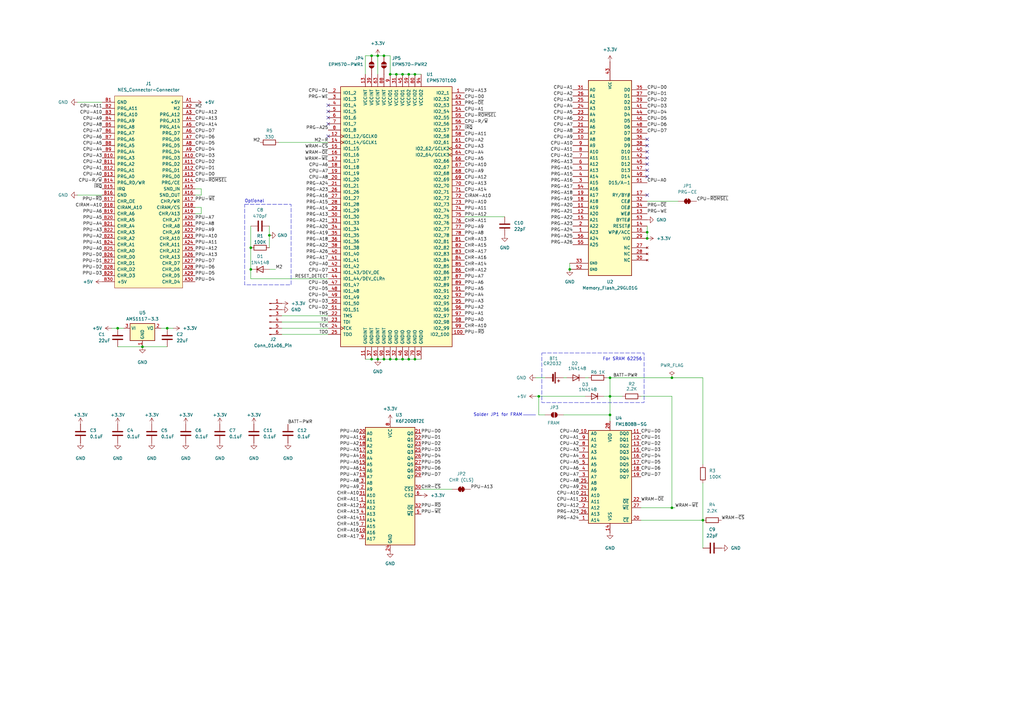
<source format=kicad_sch>
(kicad_sch (version 20250114) (generator "eeschema") (generator_version "9.0")
  (paper "A3")
  (title_block (company "JRBVZ"))
  (rectangle (start 100.33 83.82) (end 119.38 116.84) (stroke (width 0) (type dash)))
  (rectangle (start 222.25 144.78) (end 264.16 165.1) (stroke (width 0) (type dash)))
  (text "For SRAM 62256" (at 255.27 147.32 0) (effects (font (size 1.27 1.27))))
  (text "Optional" (at 104.394 82.55 0) (effects (font (size 1.27 1.27))))
  (text "Solder JP1 for FRAM" (at 204.216 170.18 0) (effects (font (size 1.27 1.27))))
  (junction (at 170.18 30.48))
  (junction (at 152.4 147.32))
  (junction (at 68.58 134.62))
  (junction (at 233.68 110.49))
  (junction (at 152.4 22.86))
  (junction (at 165.1 30.48))
  (junction (at 154.94 147.32))
  (junction (at 275.59 208.28))
  (junction (at 110.49 96.52))
  (junction (at 265.43 97.79))
  (junction (at 288.29 213.36))
  (junction (at 167.64 147.32))
  (junction (at 48.26 134.62))
  (junction (at 170.18 147.32))
  (junction (at 250.19 154.94))
  (junction (at 102.87 110.49))
  (junction (at 58.42 142.24))
  (junction (at 250.19 170.18))
  (junction (at 265.43 95.25))
  (junction (at 160.02 147.32))
  (junction (at 220.98 162.56))
  (junction (at 162.56 30.48))
  (junction (at 154.94 22.86))
  (junction (at 165.1 147.32))
  (junction (at 275.59 154.94))
  (junction (at 102.87 101.6))
  (junction (at 157.48 147.32))
  (junction (at 160.02 30.48))
  (junction (at 250.19 162.56))
  (junction (at 162.56 147.32))
  (junction (at 157.48 22.86))
  (junction (at 167.64 30.48))
  (no_connect (at 134.62 50.8))
  (no_connect (at 265.43 69.85))
  (no_connect (at 265.43 57.15))
  (no_connect (at 265.43 67.31))
  (no_connect (at 134.62 45.72))
  (no_connect (at 134.62 43.18))
  (no_connect (at 265.43 62.23))
  (no_connect (at 265.43 59.69))
  (no_connect (at 134.62 55.88))
  (no_connect (at 265.43 72.39))
  (no_connect (at 265.43 80.01))
  (no_connect (at 134.62 48.26))
  (no_connect (at 265.43 64.77))
  (wire (pts (xy 115.57 129.54) (xy 134.62 129.54)))
  (wire (pts (xy 82.55 80.01) (xy 80.01 80.01)))
  (wire (pts (xy 262.89 213.36) (xy 288.29 213.36)))
  (wire (pts (xy 220.98 162.56) (xy 240.03 162.56)))
  (wire (pts (xy 250.19 162.56) (xy 250.19 154.94)))
  (wire (pts (xy 162.56 147.32) (xy 165.1 147.32)))
  (wire (pts (xy 160.02 30.48) (xy 160.02 22.86)))
  (wire (pts (xy 82.55 85.09) (xy 82.55 87.63)))
  (wire (pts (xy 262.89 208.28) (xy 275.59 208.28)))
  (wire (pts (xy 48.26 134.62) (xy 50.8 134.62)))
  (wire (pts (xy 167.64 147.32) (xy 170.18 147.32)))
  (wire (pts (xy 149.86 22.86) (xy 152.4 22.86)))
  (wire (pts (xy 165.1 30.48) (xy 167.64 30.48)))
  (wire (pts (xy 110.49 96.52) (xy 110.49 101.6)))
  (wire (pts (xy 152.4 147.32) (xy 154.94 147.32)))
  (wire (pts (xy 275.59 162.56) (xy 275.59 208.28)))
  (wire (pts (xy 190.5 88.9) (xy 207.01 88.9)))
  (wire (pts (xy 152.4 22.86) (xy 154.94 22.86)))
  (wire (pts (xy 160.02 22.86) (xy 157.48 22.86)))
  (wire (pts (xy 288.29 190.5) (xy 288.29 154.94)))
  (wire (pts (xy 231.14 154.94) (xy 232.41 154.94)))
  (polyline (pts (xy 214.63 170.18) (xy 219.71 170.18)))
  (wire (pts (xy 170.18 30.48) (xy 172.72 30.48)))
  (wire (pts (xy 115.57 134.62) (xy 134.62 134.62)))
  (wire (pts (xy 113.03 110.49) (xy 110.49 110.49)))
  (wire (pts (xy 102.87 114.3) (xy 134.62 114.3)))
  (wire (pts (xy 82.55 87.63) (xy 80.01 87.63)))
  (wire (pts (xy 115.57 137.16) (xy 134.62 137.16)))
  (wire (pts (xy 31.75 80.01) (xy 41.91 80.01)))
  (wire (pts (xy 265.43 82.55) (xy 278.13 82.55)))
  (wire (pts (xy 149.86 30.48) (xy 149.86 22.86)))
  (wire (pts (xy 82.55 77.47) (xy 82.55 80.01)))
  (wire (pts (xy 250.19 172.72) (xy 250.19 170.18)))
  (wire (pts (xy 154.94 22.86) (xy 154.94 30.48)))
  (wire (pts (xy 276.86 208.28) (xy 275.59 208.28)))
  (wire (pts (xy 102.87 114.3) (xy 102.87 110.49)))
  (wire (pts (xy 102.87 92.71) (xy 102.87 101.6)))
  (wire (pts (xy 231.14 170.18) (xy 250.19 170.18)))
  (wire (pts (xy 157.48 147.32) (xy 160.02 147.32)))
  (wire (pts (xy 160.02 30.48) (xy 162.56 30.48)))
  (wire (pts (xy 160.02 147.32) (xy 162.56 147.32)))
  (wire (pts (xy 250.19 162.56) (xy 250.19 170.18)))
  (wire (pts (xy 165.1 147.32) (xy 167.64 147.32)))
  (wire (pts (xy 275.59 154.94) (xy 288.29 154.94)))
  (wire (pts (xy 250.19 154.94) (xy 275.59 154.94)))
  (wire (pts (xy 265.43 92.71) (xy 265.43 95.25)))
  (wire (pts (xy 241.3 154.94) (xy 240.03 154.94)))
  (wire (pts (xy 265.43 95.25) (xy 265.43 97.79)))
  (wire (pts (xy 288.29 198.12) (xy 288.29 213.36)))
  (wire (pts (xy 172.72 200.66) (xy 185.42 200.66)))
  (wire (pts (xy 220.98 162.56) (xy 220.98 170.18)))
  (wire (pts (xy 223.52 154.94) (xy 219.71 154.94)))
  (wire (pts (xy 154.94 147.32) (xy 157.48 147.32)))
  (wire (pts (xy 80.01 85.09) (xy 82.55 85.09)))
  (wire (pts (xy 58.42 142.24) (xy 68.58 142.24)))
  (wire (pts (xy 114.3 58.42) (xy 134.62 58.42)))
  (wire (pts (xy 115.57 132.08) (xy 134.62 132.08)))
  (wire (pts (xy 220.98 170.18) (xy 223.52 170.18)))
  (wire (pts (xy 250.19 162.56) (xy 255.27 162.56)))
  (wire (pts (xy 157.48 22.86) (xy 154.94 22.86)))
  (wire (pts (xy 71.12 134.62) (xy 68.58 134.62)))
  (wire (pts (xy 149.86 147.32) (xy 152.4 147.32)))
  (wire (pts (xy 45.72 134.62) (xy 48.26 134.62)))
  (wire (pts (xy 262.89 162.56) (xy 275.59 162.56)))
  (wire (pts (xy 219.71 162.56) (xy 220.98 162.56)))
  (wire (pts (xy 167.64 30.48) (xy 170.18 30.48)))
  (wire (pts (xy 162.56 30.48) (xy 165.1 30.48)))
  (wire (pts (xy 288.29 213.36) (xy 288.29 224.79)))
  (wire (pts (xy 31.75 41.91) (xy 41.91 41.91)))
  (wire (pts (xy 110.49 92.71) (xy 110.49 96.52)))
  (wire (pts (xy 48.26 142.24) (xy 58.42 142.24)))
  (wire (pts (xy 248.92 154.94) (xy 250.19 154.94)))
  (wire (pts (xy 68.58 134.62) (xy 66.04 134.62)))
  (wire (pts (xy 170.18 147.32) (xy 172.72 147.32)))
  (wire (pts (xy 247.65 162.56) (xy 250.19 162.56)))
  (wire (pts (xy 102.87 101.6) (xy 102.87 110.49)))
  (wire (pts (xy 233.68 107.95) (xy 233.68 110.49)))
  (wire (pts (xy 80.01 77.47) (xy 82.55 77.47)))
  (label "PRG-A19" (at 134.62 96.52 180))
  (label "CPU-D6" (at 265.43 52.07 0))
  (label "PPU-A3" (at 147.32 185.42 180))
  (label "PRG-A23" (at 237.49 210.82 180))
  (label "PRG-A16" (at 134.62 81.28 180))
  (label "CPU-A4" (at 41.91 62.23 180))
  (label "WRAM-~{WE}" (at 134.62 66.04 180))
  (label "PRG-A24" (at 134.62 76.2 180))
  (label "WRAM-~{CS}" (at 295.91 213.36 0))
  (label "CPU-A10" (at 41.91 46.99 180))
  (label "PPU-D4" (at 80.01 115.57 0))
  (label "CPU-D5" (at 80.01 59.69 0))
  (label "CPU-A11" (at 41.91 44.45 180))
  (label "CIRAM-A10" (at 41.91 85.09 180))
  (label "PPU-A7" (at 190.5 114.3 0))
  (label "PPU-A8" (at 80.01 92.71 0))
  (label "PPU-A9" (at 147.32 200.66 180))
  (label "CPU-D0" (at 190.5 40.64 0))
  (label "PPU-A0" (at 147.32 177.8 180))
  (label "PRG-A17" (at 134.62 106.68 180))
  (label "PPU-A5" (at 147.32 190.5 180))
  (label "CHR-A11" (at 147.32 205.74 180))
  (label "PRG-WE" (at 134.62 40.64 180))
  (label "CPU-D3" (at 265.43 44.45 0))
  (label "CPU-A1" (at 190.5 45.72 0))
  (label "PRG-A15" (at 134.62 83.82 180))
  (label "PPU-A11" (at 80.01 100.33 0))
  (label "CPU-~{ROMSEL}" (at 285.75 82.55 0))
  (label "CIRAM-A10" (at 190.5 81.28 0))
  (label "PPU-A13" (at 190.5 38.1 0))
  (label "CPU-D7" (at 262.89 195.58 0))
  (label "CPU-A2" (at 41.91 67.31 180))
  (label "PRG-A13" (at 134.62 88.9 180))
  (label "CPU-A0" (at 265.43 74.93 0))
  (label "PPU-A1" (at 147.32 180.34 180))
  (label "CPU-A13" (at 80.01 49.53 0))
  (label "CPU-A7" (at 41.91 54.61 180))
  (label "CPU-D0" (at 262.89 177.8 0))
  (label "CPU-A5" (at 190.5 66.04 0))
  (label "CPU-D2" (at 265.43 41.91 0))
  (label "CHR-A11" (at 190.5 91.44 0))
  (label "CPU-D3" (at 262.89 185.42 0))
  (label "CPU-~{ROMSEL}" (at 80.01 74.93 0))
  (label "CPU-D2" (at 262.89 182.88 0))
  (label "CPU-A8" (at 234.95 54.61 180))
  (label "PRG-A20" (at 234.95 85.09 180))
  (label "PPU-D0" (at 41.91 105.41 180))
  (label "CPU-R{slash}~{W}" (at 41.91 74.93 180))
  (label "PRG-A21" (at 234.95 87.63 180))
  (label "CPU-A10" (at 237.49 203.2 180))
  (label "CPU-A9" (at 234.95 57.15 180))
  (label "CPU-A4" (at 190.5 63.5 0))
  (label "PRG-A16" (at 234.95 74.93 180))
  (label "CPU-A7" (at 134.62 71.12 180))
  (label "CPU-A12" (at 237.49 208.28 180))
  (label "CHR-A12" (at 147.32 208.28 180))
  (label "PPU-A4" (at 190.5 121.92 0))
  (label "CPU-D0" (at 80.01 72.39 0))
  (label "PPU-A8" (at 147.32 198.12 180))
  (label "CPU-D6" (at 262.89 193.04 0))
  (label "CPU-A3" (at 190.5 60.96 0))
  (label "CPU-D4" (at 262.89 187.96 0))
  (label "PRG-A24" (at 234.95 95.25 180))
  (label "CPU-D2" (at 134.62 127 180))
  (label "CPU-D1" (at 134.62 38.1 180))
  (label "BATT-PWR" (at 118.11 173.99 0))
  (label "PPU-D5" (at 80.01 113.03 0))
  (label "PPU-A11" (at 190.5 86.36 0))
  (label "CHR-A16" (at 190.5 106.68 0))
  (label "CPU-D4" (at 265.43 46.99 0))
  (label "PPU-A13" (at 80.01 105.41 0))
  (label "PPU-D1" (at 41.91 107.95 180))
  (label "PPU-D5" (at 172.72 190.5 0))
  (label "PPU-D0" (at 172.72 177.8 0))
  (label "PRG-A14" (at 234.95 69.85 180))
  (label "PPU-A12" (at 80.01 102.87 0))
  (label "PRG-A24" (at 237.49 213.36 180))
  (label "PPU-A3" (at 190.5 124.46 0))
  (label "CPU-A12" (at 234.95 64.77 180))
  (label "CPU-D4" (at 134.62 121.92 180))
  (label "PPU-D2" (at 41.91 110.49 180))
  (label "PPU-D2" (at 172.72 182.88 0))
  (label "CPU-~{ROMSEL}" (at 190.5 48.26 0))
  (label "CPU-D5" (at 262.89 190.5 0))
  (label "CPU-A5" (at 237.49 190.5 180))
  (label "CPU-A3" (at 41.91 64.77 180))
  (label "CPU-A14" (at 190.5 78.74 0))
  (label "CPU-A1" (at 234.95 36.83 180))
  (label "PPU-A9" (at 190.5 93.98 0))
  (label "CPU-A1" (at 237.49 180.34 180))
  (label "CPU-D1" (at 262.89 180.34 0))
  (label "CHR-A14" (at 190.5 109.22 0))
  (label "TDI" (at 134.62 132.08 180))
  (label "PRG-A14" (at 134.62 86.36 180))
  (label "PRG-A26" (at 234.95 100.33 180))
  (label "PPU-A13" (at 193.04 200.66 0))
  (label "CPU-A10" (at 234.95 59.69 180))
  (label "CPU-A8" (at 134.62 73.66 180))
  (label "CPU-A0" (at 41.91 72.39 180))
  (label "PPU-A4" (at 41.91 92.71 180))
  (label "PPU-A2" (at 147.32 182.88 180))
  (label "CPU-A13" (at 190.5 76.2 0))
  (label "M2-R" (at 134.62 58.42 180))
  (label "CPU-D6" (at 80.01 57.15 0))
  (label "PPU-D6" (at 80.01 110.49 0))
  (label "CPU-D7" (at 134.62 111.76 180))
  (label "CPU-D3" (at 80.01 64.77 0))
  (label "CPU-R{slash}~{W}" (at 190.5 50.8 0))
  (label "PPU-A10" (at 190.5 83.82 0))
  (label "CPU-A5" (at 234.95 46.99 180))
  (label "PRG-A18" (at 234.95 80.01 180))
  (label "PPU-A3" (at 41.91 95.25 180))
  (label "PPU-~{RD}" (at 190.5 137.16 0))
  (label "CPU-A9" (at 190.5 71.12 0))
  (label "CPU-A7" (at 234.95 52.07 180))
  (label "CHR-A17" (at 147.32 220.98 180))
  (label "CHR-A13" (at 190.5 99.06 0))
  (label "CPU-A8" (at 41.91 52.07 180))
  (label "CPU-A3" (at 237.49 185.42 180))
  (label "CPU-A11" (at 190.5 55.88 0))
  (label "PRG-A21" (at 134.62 91.44 180))
  (label "PPU-A0" (at 190.5 132.08 0))
  (label "PPU-~{RD}" (at 172.72 208.28 0))
  (label "PRG-A19" (at 234.95 82.55 180))
  (label "TDO" (at 134.62 137.16 180))
  (label "CPU-A3" (at 234.95 41.91 180))
  (label "WRAM-~{OE}" (at 134.62 63.5 180))
  (label "PPU-A1" (at 190.5 129.54 0))
  (label "PPU-A10" (at 80.01 97.79 0))
  (label "PPU-~{RD}" (at 41.91 82.55 180))
  (label "PRG-~{OE}" (at 190.5 43.18 0))
  (label "PRG-A15" (at 234.95 72.39 180))
  (label "RESET_DETECT" (at 134.62 114.3 180))
  (label "CPU-A6" (at 41.91 57.15 180))
  (label "CPU-A6" (at 134.62 68.58 180))
  (label "CPU-D5" (at 265.43 49.53 0))
  (label "CPU-A2" (at 190.5 58.42 0))
  (label "PPU-D1" (at 172.72 180.34 0))
  (label "CPU-D1" (at 265.43 39.37 0))
  (label "BATT-PWR" (at 251.46 154.94 0))
  (label "CPU-A8" (at 237.49 198.12 180))
  (label "PRG-A23" (at 134.62 78.74 180))
  (label "TCK" (at 134.62 134.62 180))
  (label "PPU-D6" (at 172.72 193.04 0))
  (label "PPU-A7" (at 147.32 195.58 180))
  (label "PPU-A5" (at 41.91 90.17 180))
  (label "CPU-D4" (at 80.01 62.23 0))
  (label "CPU-D7" (at 80.01 54.61 0))
  (label "PRG-A25" (at 134.62 53.34 180))
  (label "CHR-A17" (at 190.5 104.14 0))
  (label "PPU-D3" (at 172.72 185.42 0))
  (label "CPU-A2" (at 237.49 182.88 180))
  (label "CPU-D7" (at 265.43 54.61 0))
  (label "PPU-A1" (at 41.91 100.33 180))
  (label "CPU-A12" (at 190.5 73.66 0))
  (label "PPU-A8" (at 190.5 96.52 0))
  (label "PPU-~{WE}" (at 172.72 210.82 0))
  (label "CHR-A13" (at 147.32 210.82 180))
  (label "CPU-A0" (at 237.49 177.8 180))
  (label "CPU-D2" (at 80.01 67.31 0))
  (label "~{IRQ}" (at 41.91 77.47 180))
  (label "PPU-A6" (at 147.32 193.04 180))
  (label "CHR-A15" (at 190.5 101.6 0))
  (label "PPU-D3" (at 41.91 113.03 180))
  (label "CHR-~{CS}" (at 172.72 200.66 0))
  (label "CHR-A10" (at 190.5 134.62 0))
  (label "PRG-A18" (at 134.62 99.06 180))
  (label "CHR-A14" (at 147.32 213.36 180))
  (label "CPU-A6" (at 234.95 49.53 180))
  (label "PPU-A2" (at 41.91 97.79 180))
  (label "PRG-~{OE}" (at 265.43 85.09 0))
  (label "CPU-A5" (at 41.91 59.69 180))
  (label "PPU-A2" (at 190.5 127 0))
  (label "WRAM-~{OE}" (at 262.89 205.74 0))
  (label "CPU-A11" (at 237.49 205.74 180))
  (label "M2" (at 106.68 58.42 180))
  (label "CPU-A4" (at 237.49 187.96 180))
  (label "PRG-A17" (at 234.95 77.47 180))
  (label "CPU-A10" (at 190.5 68.58 0))
  (label "M2" (at 113.03 110.49 0))
  (label "CPU-A1" (at 41.91 69.85 180))
  (label "CPU-A11" (at 234.95 62.23 180))
  (label "CPU-A9" (at 237.49 200.66 180))
  (label "PRG-A25" (at 234.95 97.79 180))
  (label "PRG-A13" (at 234.95 67.31 180))
  (label "CPU-A0" (at 134.62 109.22 180))
  (label "PPU-A6" (at 190.5 116.84 0))
  (label "WRAM-~{CS}" (at 134.62 60.96 180))
  (label "CPU-A7" (at 237.49 195.58 180))
  (label "PPU-D7" (at 80.01 107.95 0))
  (label "PPU-A7" (at 80.01 90.17 0))
  (label "WRAM-~{WE}" (at 276.86 208.28 0))
  (label "CPU-A2" (at 234.95 39.37 180))
  (label "PPU-A6" (at 41.91 87.63 180))
  (label "PPU-A9" (at 80.01 95.25 0))
  (label "PPU-A0" (at 41.91 102.87 180))
  (label "CPU-A9" (at 41.91 49.53 180))
  (label "CHR-A15" (at 147.32 215.9 180))
  (label "CHR-A16" (at 147.32 218.44 180))
  (label "CPU-D1" (at 80.01 69.85 0))
  (label "~{IRQ}" (at 190.5 53.34 0))
  (label "PRG-A20" (at 134.62 93.98 180))
  (label "PPU-D7" (at 172.72 195.58 0))
  (label "CPU-A6" (at 237.49 193.04 180))
  (label "CPU-A4" (at 234.95 44.45 180))
  (label "PRG-A22" (at 234.95 90.17 180))
  (label "PPU-A5" (at 190.5 119.38 0))
  (label "CHR-A12" (at 190.5 111.76 0))
  (label "PPU-A12" (at 190.5 88.9 0))
  (label "PPU-A4" (at 147.32 187.96 180))
  (label "TMS" (at 134.62 129.54 180))
  (label "M2" (at 80.01 44.45 0))
  (label "CPU-A12" (at 80.01 46.99 0))
  (label "CPU-D5" (at 134.62 119.38 180))
  (label "PPU-~{WE}" (at 80.01 82.55 0))
  (label "PRG-A22" (at 134.62 101.6 180))
  (label "PRG-WE" (at 265.43 87.63 0))
  (label "CPU-D6" (at 134.62 116.84 180))
  (label "CPU-A14" (at 80.01 52.07 0))
  (label "CPU-D3" (at 134.62 124.46 180))
  (label "CPU-D0" (at 265.43 36.83 0))
  (label "CHR-A10" (at 147.32 203.2 180))
  (label "PPU-D4" (at 172.72 187.96 0))
  (label "PRG-A26" (at 134.62 104.14 180))
  (label "PRG-A23" (at 234.95 92.71 180))
  (symbol (lib_id "Device:C") (at 118.11 177.8 0) (unit 1)
    (property "Reference" "C12" (at 121.92 176.5299 0) (effects (justify left)))
    (property "Value" "0.1uF" (at 121.92 179.0699 0) (effects (justify left)))
    (property "Footprint" "Capacitor_SMD:C_0603_1608Metric_Pad1.08x0.95mm_HandSolder" (effects (hide yes)))
    (property "Description" "Unpolarized capacitor" (effects (hide yes)))
  )
  (symbol (lib_id "power:+3.3V") (at 265.43 97.79 270) (unit 1)
    (property "Reference" "#PWR08" (effects (hide yes)))
    (property "Value" "+3.3V" (at 269.24 97.7899 90) (effects (justify left)))
    (property "Description" "Power symbol creates a global label with name \"+3.3V\"" (effects (hide yes)))
  )
  (symbol (lib_id "Device:C") (at 48.26 138.43 0) (unit 1)
    (property "Reference" "C1" (at 40.386 137.16 0) (effects (justify left)))
    (property "Value" "22uF" (at 40.386 139.7 0) (effects (justify left)))
    (property "Footprint" "Capacitor_SMD:C_0805_2012Metric" (effects (hide yes)))
    (property "Description" "Unpolarized capacitor" (effects (hide yes)))
  )
  (symbol (lib_id "Dendy2:Memory_Flash_29GL01G") (at 250.19 62.23 0) (unit 1)
    (property "Reference" "U2" (at 250.19 115.57 0))
    (property "Value" "Memory_Flash_29GL01G" (at 250.19 118.11 0))
    (property "Footprint" "Package_SO:TSOP-I-56_18.4x14mm_P0.5mm" (effects (hide yes)))
  )
  (symbol (lib_id "power:GND") (at 265.43 90.17 90) (unit 1)
    (property "Reference" "#PWR014" (effects (hide yes)))
    (property "Value" "GND" (at 269.24 90.1699 90) (effects (justify right)))
    (property "Description" "Power symbol creates a global label with name \"GND\" , ground" (effects (hide yes)))
  )
  (symbol (lib_id "Device:R") (at 110.49 58.42 90) (unit 1)
    (property "Reference" "R5" (at 110.49 53.594 90))
    (property "Value" "330" (at 110.49 56.134 90))
    (property "Footprint" "Resistor_SMD:R_0805_2012Metric" (effects (hide yes)))
    (property "Description" "Resistor" (effects (hide yes)))
  )
  (symbol (lib_id "power:GND") (at 48.26 181.61 0) (unit 1)
    (property "Reference" "#PWR021" (effects (hide yes)))
    (property "Value" "GND" (at 48.26 187.96 0))
    (property "Description" "Power symbol creates a global label with name \"GND\" , ground" (effects (hide yes)))
  )
  (symbol (lib_id "power:+5V") (at 219.71 162.56 90) (unit 1)
    (property "Reference" "#PWR032" (effects (hide yes)))
    (property "Value" "+5V" (at 215.9 162.5599 90) (effects (justify left)))
    (property "Description" "Power symbol creates a global label with name \"+5V\"" (effects (hide yes)))
  )
  (symbol (lib_id "Connector:Conn_01x06_Pin") (at 110.49 129.54 0) (unit 1) (in_bom no)
    (property "Reference" "J2" (at 112.014 139.192 0))
    (property "Value" "Conn_01x06_Pin" (at 112.014 141.732 0))
    (property "Footprint" "Connector_PinHeader_2.54mm:PinHeader_1x06_P2.54mm_Vertical" (effects (hide yes)))
    (property "Description" "Generic connector, single row, 01x06, script generated" (effects (hide yes)))
  )
  (symbol (lib_id "Device:C") (at 68.58 138.43 0) (unit 1)
    (property "Reference" "C2" (at 72.39 137.1599 0) (effects (justify left)))
    (property "Value" "22uF" (at 72.39 139.6999 0) (effects (justify left)))
    (property "Footprint" "Capacitor_SMD:C_0805_2012Metric" (effects (hide yes)))
    (property "Description" "Unpolarized capacitor" (effects (hide yes)))
  )
  (symbol (lib_id "Device:R") (at 292.1 213.36 90) (unit 1)
    (property "Reference" "R4" (at 292.1 207.01 90))
    (property "Value" "2.2K" (at 292.1 209.55 90))
    (property "Footprint" "Resistor_SMD:R_0805_2012Metric" (effects (hide yes)))
    (property "Description" "Resistor" (effects (hide yes)))
  )
  (symbol (lib_id "power:GND") (at 31.75 80.01 270) (unit 1)
    (property "Reference" "#PWR02" (effects (hide yes)))
    (property "Value" "GND" (at 27.94 80.01 90) (effects (justify right)))
    (property "Description" "Power symbol creates a global label with name \"GND\" , ground" (effects (hide yes)))
  )
  (symbol (lib_id "power:+3.3V") (at 154.94 22.86 0) (unit 1)
    (property "Reference" "#PWR06" (effects (hide yes)))
    (property "Value" "+3.3V" (at 154.94 17.78 0))
    (property "Description" "Power symbol creates a global label with name \"+3.3V\"" (effects (hide yes)))
  )
  (symbol (lib_id "power:GND") (at 250.19 218.44 0) (unit 1)
    (property "Reference" "#PWR033" (effects (hide yes)))
    (property "Value" "GND" (at 250.19 224.79 0))
    (property "Description" "Power symbol creates a global label with name \"GND\" , ground" (effects (hide yes)))
  )
  (symbol (lib_id "power:GND") (at 90.17 181.61 0) (unit 1)
    (property "Reference" "#PWR027" (effects (hide yes)))
    (property "Value" "GND" (at 90.17 187.96 0))
    (property "Description" "Power symbol creates a global label with name \"GND\" , ground" (effects (hide yes)))
  )
  (symbol (lib_id "Device:C") (at 48.26 177.8 0) (unit 1)
    (property "Reference" "C4" (at 52.07 176.5299 0) (effects (justify left)))
    (property "Value" "0.1uF" (at 52.07 179.0699 0) (effects (justify left)))
    (property "Footprint" "Capacitor_SMD:C_0603_1608Metric_Pad1.08x0.95mm_HandSolder" (effects (hide yes)))
    (property "Description" "Unpolarized capacitor" (effects (hide yes)))
  )
  (symbol (lib_id "Device:C") (at 104.14 177.8 0) (unit 1)
    (property "Reference" "C11" (at 107.95 176.5299 0) (effects (justify left)))
    (property "Value" "0.1uF" (at 107.95 179.0699 0) (effects (justify left)))
    (property "Footprint" "Capacitor_SMD:C_0603_1608Metric_Pad1.08x0.95mm_HandSolder" (effects (hide yes)))
    (property "Description" "Unpolarized capacitor" (effects (hide yes)))
  )
  (symbol (lib_id "Device:C") (at 62.23 177.8 0) (unit 1)
    (property "Reference" "C5" (at 66.04 176.5299 0) (effects (justify left)))
    (property "Value" "0.1uF" (at 66.04 179.0699 0) (effects (justify left)))
    (property "Footprint" "Capacitor_SMD:C_0603_1608Metric_Pad1.08x0.95mm_HandSolder" (effects (hide yes)))
    (property "Description" "Unpolarized capacitor" (effects (hide yes)))
  )
  (symbol (lib_id "Device:D") (at 243.84 162.56 180) (unit 1)
    (property "Reference" "D3" (at 240.03 157.734 0))
    (property "Value" "1N4148" (at 241.046 159.766 0))
    (property "Footprint" "Diode_SMD:D_SOD-123" (effects (hide yes)))
    (property "Description" "Diode" (effects (hide yes)))
    (property "Sim.Device" "D" (effects (hide yes)))
    (property "Sim.Pins" "1=K 2=A" (effects (hide yes)))
  )
  (symbol (lib_id "Device:C") (at 207.01 92.71 180) (unit 1)
    (property "Reference" "C10" (at 210.82 91.4399 0) (effects (justify right)))
    (property "Value" "22pF" (at 210.82 93.9799 0) (effects (justify right)))
    (property "Footprint" "Capacitor_SMD:C_0805_2012Metric" (effects (hide yes)))
    (property "Description" "Unpolarized capacitor" (effects (hide yes)))
  )
  (symbol (lib_id "Device:C") (at 76.2 177.8 0) (unit 1)
    (property "Reference" "C6" (at 80.01 176.5299 0) (effects (justify left)))
    (property "Value" "0.1uF" (at 80.01 179.0699 0) (effects (justify left)))
    (property "Footprint" "Capacitor_SMD:C_0603_1608Metric_Pad1.08x0.95mm_HandSolder" (effects (hide yes)))
    (property "Description" "Unpolarized capacitor" (effects (hide yes)))
  )
  (symbol (lib_id "power:GND") (at 233.68 110.49 0) (unit 1)
    (property "Reference" "#PWR013" (effects (hide yes)))
    (property "Value" "GND" (at 233.68 115.57 0))
    (property "Description" "Power symbol creates a global label with name \"GND\" , ground" (effects (hide yes)))
  )
  (symbol (lib_id "Jumper:SolderJumper_2_Bridged") (at 281.94 82.55 0) (unit 1) (exclude_from_sim yes) (in_bom no)
    (property "Reference" "JP1" (at 281.94 76.2 0))
    (property "Value" "PRG-CE" (at 281.94 78.74 0))
    (property "Footprint" "Jumper:SolderJumper-2_P1.3mm_Bridged_RoundedPad1.0x1.5mm" (effects (hide yes)))
    (property "Description" "Solder Jumper, 2-pole, closed/bridged" (effects (hide yes)))
  )
  (symbol (lib_id "power:+3.3V") (at 62.23 173.99 0) (unit 1)
    (property "Reference" "#PWR022" (effects (hide yes)))
    (property "Value" "+3.3V" (at 62.23 170.18 0))
    (property "Description" "Power symbol creates a global label with name \"+3.3V\"" (effects (hide yes)))
  )
  (symbol (lib_id "power:GND") (at 33.02 181.61 0) (unit 1)
    (property "Reference" "#PWR019" (effects (hide yes)))
    (property "Value" "GND" (at 33.02 187.96 0))
    (property "Description" "Power symbol creates a global label with name \"GND\" , ground" (effects (hide yes)))
  )
  (symbol (lib_id "Dendy2:NES_Connector") (at 60.96 68.58 0) (unit 1) (in_bom no)
    (property "Reference" "J1" (at 60.96 34.29 0))
    (property "Value" "NES_Connector-Connector" (at 60.96 36.83 0))
    (property "Footprint" "Dendy:NES_Connector_L" (effects (hide yes)))
    (property "Description" "NES Connector" (effects (hide yes)))
  )
  (symbol (lib_id "power:GND") (at 31.75 41.91 270) (unit 1)
    (property "Reference" "#PWR01" (effects (hide yes)))
    (property "Value" "GND" (at 27.94 41.91 90) (effects (justify right)))
    (property "Description" "Power symbol creates a global label with name \"GND\" , ground" (effects (hide yes)))
  )
  (symbol (lib_id "power:GND") (at 76.2 181.61 0) (unit 1)
    (property "Reference" "#PWR025" (effects (hide yes)))
    (property "Value" "GND" (at 76.2 187.96 0))
    (property "Description" "Power symbol creates a global label with name \"GND\" , ground" (effects (hide yes)))
  )
  (symbol (lib_id "Memory_NVRAM:FM1808B-SG") (at 250.19 195.58 0) (unit 1)
    (property "Reference" "U4" (at 252.3841 171.45 0) (effects (justify left)))
    (property "Value" "FM1808B-SG" (at 252.3841 173.99 0) (effects (justify left)))
    (property "Footprint" "Dendy:SOP-28" (effects (hide yes)))
    (property "Datasheet" "http://www.cypress.com/file/136521/download" (effects (hide yes)))
    (property "Description" "256k FRAM nonvolatile memory, SOIC-28" (effects (hide yes)))
  )
  (symbol (lib_id "power:PWR_FLAG") (at 275.59 154.94 0) (unit 1)
    (property "Reference" "#FLG01" (effects (hide yes)))
    (property "Value" "PWR_FLAG" (at 275.59 149.86 0))
    (property "Description" "Special symbol for telling ERC where power comes from" (effects (hide yes)))
  )
  (symbol (lib_id "power:GND") (at 62.23 181.61 0) (unit 1)
    (property "Reference" "#PWR023" (effects (hide yes)))
    (property "Value" "GND" (at 62.23 187.96 0))
    (property "Description" "Power symbol creates a global label with name \"GND\" , ground" (effects (hide yes)))
  )
  (symbol (lib_id "Device:C") (at 90.17 177.8 0) (unit 1)
    (property "Reference" "C7" (at 93.98 176.5299 0) (effects (justify left)))
    (property "Value" "0.1uF" (at 93.98 179.0699 0) (effects (justify left)))
    (property "Footprint" "Capacitor_SMD:C_0603_1608Metric_Pad1.08x0.95mm_HandSolder" (effects (hide yes)))
    (property "Description" "Unpolarized capacitor" (effects (hide yes)))
  )
  (symbol (lib_id "power:+3.3V") (at 71.12 134.62 270) (unit 1)
    (property "Reference" "#PWR017" (effects (hide yes)))
    (property "Value" "+3.3V" (at 74.93 134.6199 90) (effects (justify left)))
    (property "Description" "Power symbol creates a global label with name \"+3.3V\"" (effects (hide yes)))
  )
  (symbol (lib_id "Device:R") (at 106.68 101.6 90) (unit 1)
    (property "Reference" "R1" (at 106.68 96.774 90))
    (property "Value" "100K" (at 106.68 99.314 90))
    (property "Footprint" "Resistor_SMD:R_0805_2012Metric" (effects (hide yes)))
    (property "Description" "Resistor" (effects (hide yes)))
  )
  (symbol (lib_id "Dendy2:K6F2008T2E") (at 160.02 195.58 0) (unit 1)
    (property "Reference" "U3" (at 162.2141 170.18 0) (effects (justify left)))
    (property "Value" "K6F2008T2E" (at 162.2141 172.72 0) (effects (justify left)))
    (property "Footprint" "Package_SO:TSOP-I-32_11.8x8mm_P0.5mm" (effects (hide yes)))
    (property "Description" "256Kx8 bit Low Power CMOS Static RAM, 55/70ns" (effects (hide yes)))
  )
  (symbol (lib_id "power:+3.3V") (at 250.19 25.4 0) (unit 1)
    (property "Reference" "#PWR07" (effects (hide yes)))
    (property "Value" "+3.3V" (at 250.19 20.32 0))
    (property "Description" "Power symbol creates a global label with name \"+3.3V\"" (effects (hide yes)))
  )
  (symbol (lib_id "power:+5V") (at 45.72 134.62 90) (unit 1)
    (property "Reference" "#PWR015" (effects (hide yes)))
    (property "Value" "+5V" (at 41.91 134.6199 90) (effects (justify left)))
    (property "Description" "Power symbol creates a global label with name \"+5V\"" (effects (hide yes)))
  )
  (symbol (lib_id "power:GND") (at 118.11 181.61 0) (unit 1)
    (property "Reference" "#PWR038" (effects (hide yes)))
    (property "Value" "GND" (at 118.11 187.96 0))
    (property "Description" "Power symbol creates a global label with name \"GND\" , ground" (effects (hide yes)))
  )
  (symbol (lib_id "power:+5V") (at 41.91 115.57 90) (unit 1)
    (property "Reference" "#PWR03" (effects (hide yes)))
    (property "Value" "+5V" (at 38.1 115.57 90) (effects (justify left)))
    (property "Description" "Power symbol creates a global label with name \"+5V\"" (effects (hide yes)))
  )
  (symbol (lib_id "Device:R") (at 245.11 154.94 90) (unit 1)
    (property "Reference" "R6" (at 243.586 152.654 90))
    (property "Value" "1K" (at 246.888 152.654 90))
    (property "Footprint" "Resistor_SMD:R_0805_2012Metric" (effects (hide yes)))
    (property "Description" "Resistor" (effects (hide yes)))
  )
  (symbol (lib_id "power:GND") (at 207.01 96.52 0) (unit 1)
    (property "Reference" "#PWR012" (effects (hide yes)))
    (property "Value" "GND" (at 207.01 101.6 0))
    (property "Description" "Power symbol creates a global label with name \"GND\" , ground" (effects (hide yes)))
  )
  (symbol (lib_id "Device:R") (at 259.08 162.56 90) (unit 1)
    (property "Reference" "R2" (at 259.08 157.48 90))
    (property "Value" "2.2K" (at 259.08 159.512 90))
    (property "Footprint" "Resistor_SMD:R_0805_2012Metric" (effects (hide yes)))
    (property "Description" "Resistor" (effects (hide yes)))
  )
  (symbol (lib_id "Device:D") (at 236.22 154.94 180) (unit 1)
    (property "Reference" "D2" (at 235.712 149.098 0))
    (property "Value" "1N4148" (at 236.728 151.13 0))
    (property "Footprint" "Diode_SMD:D_SOD-123" (effects (hide yes)))
    (property "Description" "Diode" (effects (hide yes)))
    (property "Sim.Device" "D" (effects (hide yes)))
    (property "Sim.Pins" "1=K 2=A" (effects (hide yes)))
  )
  (symbol (lib_id "Jumper:SolderJumper_2_Bridged") (at 189.23 200.66 0) (unit 1) (exclude_from_sim yes) (in_bom no)
    (property "Reference" "JP2" (at 189.23 194.31 0))
    (property "Value" "CHR (CLS)" (at 189.23 196.85 0))
    (property "Footprint" "Jumper:SolderJumper-2_P1.3mm_Bridged_RoundedPad1.0x1.5mm" (effects (hide yes)))
    (property "Description" "Solder Jumper, 2-pole, closed/bridged" (effects (hide yes)))
  )
  (symbol (lib_id "power:GND") (at 160.02 226.06 0) (unit 1)
    (property "Reference" "#PWR011" (effects (hide yes)))
    (property "Value" "GND" (at 160.02 231.14 0))
    (property "Description" "Power symbol creates a global label with name \"GND\" , ground" (effects (hide yes)))
  )
  (symbol (lib_id "Jumper:SolderJumper_2_Open") (at 157.48 26.67 90) (unit 1) (exclude_from_sim yes) (in_bom no)
    (property "Reference" "JP5" (at 160.782 23.876 90) (effects (justify right)))
    (property "Value" "EPM570-PWR2" (at 160.782 26.416 90) (effects (justify right)))
    (property "Footprint" "Jumper:SolderJumper-2_P1.3mm_Open_RoundedPad1.0x1.5mm" (effects (hide yes)))
    (property "Description" "Solder Jumper, 2-pole, open" (effects (hide yes)))
  )
  (symbol (lib_id "power:GND") (at 115.57 127 90) (unit 1)
    (property "Reference" "#PWR030" (effects (hide yes)))
    (property "Value" "GND" (at 119.38 126.9999 90) (effects (justify right)))
    (property "Description" "Power symbol creates a global label with name \"GND\" , ground" (effects (hide yes)))
  )
  (symbol (lib_id "power:+3.3V") (at 33.02 173.99 0) (unit 1)
    (property "Reference" "#PWR018" (effects (hide yes)))
    (property "Value" "+3.3V" (at 33.02 170.18 0))
    (property "Description" "Power symbol creates a global label with name \"+3.3V\"" (effects (hide yes)))
  )
  (symbol (lib_id "Device:Battery_Cell") (at 226.06 154.94 270) (unit 1)
    (property "Reference" "BT1" (at 227.076 147.066 90))
    (property "Value" "CR2032" (at 226.568 149.098 90))
    (property "Footprint" "Battery:BatteryHolder_Keystone_1060_1x2032" (effects (hide yes)))
    (property "Description" "Single-cell battery" (effects (hide yes)))
    (property "Sim.Device" "V" (effects (hide yes)))
    (property "Sim.Type" "DC" (effects (hide yes)))
    (property "Sim.Pins" "1=+ 2=-" (effects (hide yes)))
  )
  (symbol (lib_id "power:GND") (at 58.42 142.24 0) (unit 1)
    (property "Reference" "#PWR016" (effects (hide yes)))
    (property "Value" "GND" (at 58.42 148.59 0))
    (property "Description" "Power symbol creates a global label with name \"GND\" , ground" (effects (hide yes)))
  )
  (symbol (lib_id "Device:R") (at 288.29 194.31 180) (unit 1)
    (property "Reference" "R3" (at 290.83 193.0399 0) (effects (justify right)))
    (property "Value" "100K" (at 290.83 195.5799 0) (effects (justify right)))
    (property "Footprint" "Resistor_SMD:R_0805_2012Metric" (effects (hide yes)))
    (property "Description" "Resistor" (effects (hide yes)))
  )
  (symbol (lib_id "CPLD_Altera:EPM570T100") (at 162.56 88.9 0) (unit 1)
    (property "Reference" "U1" (at 174.9141 30.48 0) (effects (justify left)))
    (property "Value" "EPM570T100" (at 174.9141 33.02 0) (effects (justify left)))
    (property "Footprint" "Package_QFP:LQFP-100_14x14mm_P0.5mm" (effects (hide yes)))
    (property "Datasheet" "https://www.altera.com/content/dam/altera-www/global/en_US/pdfs/literature/hb/max2/max2_mii5v1.pdf" (effects (hide yes)))
    (property "Description" "Altera MAX2 CPLD with 570 LE" (effects (hide yes)))
  )
  (symbol (lib_id "Device:C") (at 106.68 92.71 90) (unit 1)
    (property "Reference" "C8" (at 106.68 86.106 90))
    (property "Value" "470pF" (at 106.68 88.646 90))
    (property "Footprint" "Capacitor_SMD:C_0805_2012Metric" (effects (hide yes)))
    (property "Description" "Unpolarized capacitor" (effects (hide yes)))
  )
  (symbol (lib_id "power:GND") (at 295.91 224.79 90) (unit 1)
    (property "Reference" "#PWR034" (effects (hide yes)))
    (property "Value" "GND" (at 299.72 224.7899 90) (effects (justify right)))
    (property "Description" "Power symbol creates a global label with name \"GND\" , ground" (effects (hide yes)))
  )
  (symbol (lib_id "Regulator_Linear:AMS1117-3.3") (at 58.42 134.62 0) (unit 1)
    (property "Reference" "U5" (at 58.42 128.27 0))
    (property "Value" "AMS1117-3.3" (at 58.42 130.81 0))
    (property "Footprint" "Package_TO_SOT_SMD:SOT-223-3_TabPin2" (effects (hide yes)))
    (property "Datasheet" "http://www.advanced-monolithic.com/pdf/ds1117.pdf" (effects (hide yes)))
    (property "Description" "1A Low Dropout regulator, positive, 3.3V fixed output, SOT-223" (effects (hide yes)))
  )
  (symbol (lib_id "Jumper:SolderJumper_2_Open") (at 227.33 170.18 0) (unit 1) (exclude_from_sim yes) (in_bom no)
    (property "Reference" "JP3" (at 227.33 167.132 0))
    (property "Value" "FRAM" (at 227.076 173.482 0))
    (property "Footprint" "Jumper:SolderJumper-2_P1.3mm_Open_RoundedPad1.0x1.5mm" (effects (hide yes)))
    (property "Description" "Solder Jumper, 2-pole, open" (effects (hide yes)))
  )
  (symbol (lib_id "Jumper:SolderJumper_2_Open") (at 152.4 26.67 90) (unit 1) (exclude_from_sim yes) (in_bom no)
    (property "Reference" "JP4" (at 145.542 23.876 90) (effects (justify right)))
    (property "Value" "EPM570-PWR1" (at 134.62 26.416 90) (effects (justify right)))
    (property "Footprint" "Jumper:SolderJumper-2_P1.3mm_Open_RoundedPad1.0x1.5mm" (effects (hide yes)))
    (property "Description" "Solder Jumper, 2-pole, open" (effects (hide yes)))
  )
  (symbol (lib_id "power:+3.3V") (at 115.57 124.46 270) (unit 1)
    (property "Reference" "#PWR029" (effects (hide yes)))
    (property "Value" "+3.3V" (at 119.38 124.4599 90) (effects (justify left)))
    (property "Description" "Power symbol creates a global label with name \"+3.3V\"" (effects (hide yes)))
  )
  (symbol (lib_id "power:GND") (at 154.94 147.32 0) (unit 1)
    (property "Reference" "#PWR05" (effects (hide yes)))
    (property "Value" "GND" (at 154.94 152.4 0))
    (property "Description" "Power symbol creates a global label with name \"GND\" , ground" (effects (hide yes)))
  )
  (symbol (lib_id "power:+3.3V") (at 160.02 172.72 0) (unit 1)
    (property "Reference" "#PWR010" (effects (hide yes)))
    (property "Value" "+3.3V" (at 160.02 167.64 0))
    (property "Description" "Power symbol creates a global label with name \"+3.3V\"" (effects (hide yes)))
  )
  (symbol (lib_id "power:+5V") (at 80.01 41.91 270) (unit 1)
    (property "Reference" "#PWR04" (effects (hide yes)))
    (property "Value" "+5V" (at 83.82 41.91 90) (effects (justify left)))
    (property "Description" "Power symbol creates a global label with name \"+5V\"" (effects (hide yes)))
  )
  (symbol (lib_id "power:+3.3V") (at 48.26 173.99 0) (unit 1)
    (property "Reference" "#PWR020" (effects (hide yes)))
    (property "Value" "+3.3V" (at 48.26 170.18 0))
    (property "Description" "Power symbol creates a global label with name \"+3.3V\"" (effects (hide yes)))
  )
  (symbol (lib_id "power:+3.3V") (at 76.2 173.99 0) (unit 1)
    (property "Reference" "#PWR024" (effects (hide yes)))
    (property "Value" "+3.3V" (at 76.2 170.18 0))
    (property "Description" "Power symbol creates a global label with name \"+3.3V\"" (effects (hide yes)))
  )
  (symbol (lib_id "power:GND") (at 110.49 96.52 90) (unit 1)
    (property "Reference" "#PWR028" (effects (hide yes)))
    (property "Value" "GND" (at 113.792 96.52 90) (effects (justify right)))
    (property "Description" "Power symbol creates a global label with name \"GND\" , ground" (effects (hide yes)))
  )
  (symbol (lib_id "power:GND") (at 104.14 181.61 0) (unit 1)
    (property "Reference" "#PWR036" (effects (hide yes)))
    (property "Value" "GND" (at 104.14 187.96 0))
    (property "Description" "Power symbol creates a global label with name \"GND\" , ground" (effects (hide yes)))
  )
  (symbol (lib_id "power:+3.3V") (at 90.17 173.99 0) (unit 1)
    (property "Reference" "#PWR026" (effects (hide yes)))
    (property "Value" "+3.3V" (at 90.17 170.18 0))
    (property "Description" "Power symbol creates a global label with name \"+3.3V\"" (effects (hide yes)))
  )
  (symbol (lib_id "power:+3.3V") (at 104.14 173.99 0) (unit 1)
    (property "Reference" "#PWR035" (effects (hide yes)))
    (property "Value" "+3.3V" (at 104.14 170.18 0))
    (property "Description" "Power symbol creates a global label with name \"+3.3V\"" (effects (hide yes)))
  )
  (symbol (lib_id "Device:C") (at 33.02 177.8 0) (unit 1)
    (property "Reference" "C3" (at 36.83 176.5299 0) (effects (justify left)))
    (property "Value" "0.1uF" (at 36.83 179.0699 0) (effects (justify left)))
    (property "Footprint" "Capacitor_SMD:C_0603_1608Metric_Pad1.08x0.95mm_HandSolder" (effects (hide yes)))
    (property "Description" "Unpolarized capacitor" (effects (hide yes)))
  )
  (symbol (lib_id "Device:C") (at 292.1 224.79 90) (unit 1)
    (property "Reference" "C9" (at 292.1 217.17 90))
    (property "Value" "22pF" (at 292.1 219.71 90))
    (property "Footprint" "Capacitor_SMD:C_0805_2012Metric" (effects (hide yes)))
    (property "Description" "Unpolarized capacitor" (effects (hide yes)))
  )
  (symbol (lib_id "Device:D") (at 106.68 110.49 0) (unit 1)
    (property "Reference" "D1" (at 106.68 105.156 0))
    (property "Value" "1N4148" (at 106.68 107.696 0))
    (property "Footprint" "Diode_SMD:D_SOD-123" (effects (hide yes)))
    (property "Description" "Diode" (effects (hide yes)))
    (property "Sim.Device" "D" (effects (hide yes)))
    (property "Sim.Pins" "1=K 2=A" (effects (hide yes)))
  )
  (symbol (lib_id "power:GND") (at 219.71 154.94 270) (unit 1)
    (property "Reference" "#PWR031" (effects (hide yes)))
    (property "Value" "GND" (at 215.9 154.9399 90) (effects (justify right)))
    (property "Description" "Power symbol creates a global label with name \"GND\" , ground" (effects (hide yes)))
  )
  (symbol (lib_id "power:+3.3V") (at 172.72 203.2 270) (unit 1)
    (property "Reference" "#PWR09" (effects (hide yes)))
    (property "Value" "+3.3V" (at 176.53 203.1999 90) (effects (justify left)))
    (property "Description" "Power symbol creates a global label with name \"+3.3V\"" (effects (hide yes)))
  )
)
</source>
